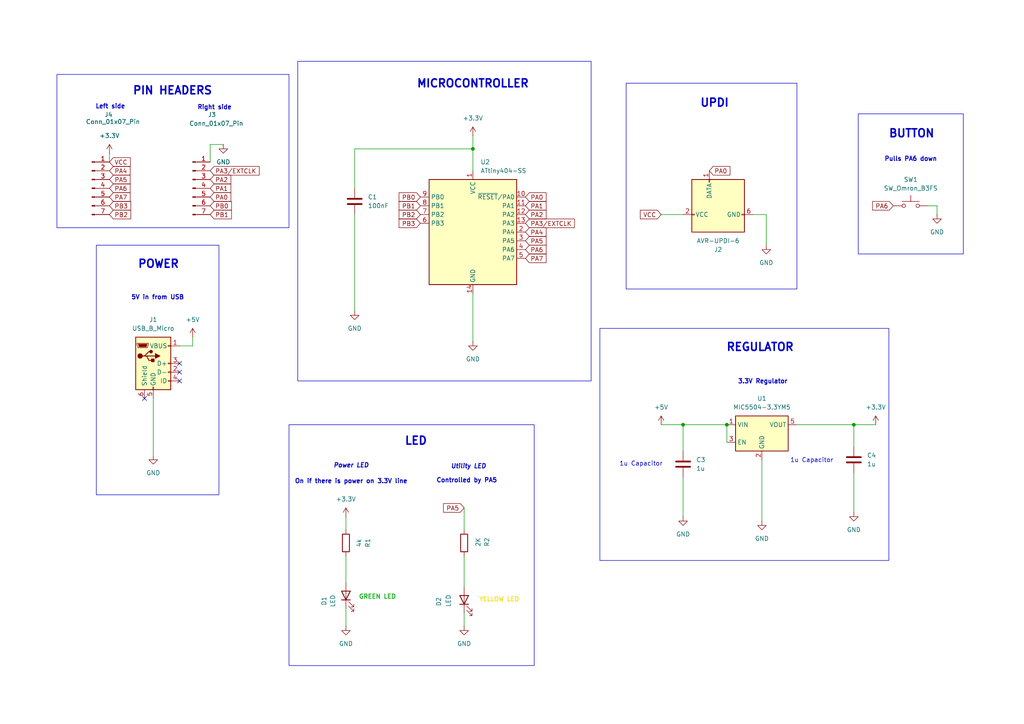
<source format=kicad_sch>
(kicad_sch (version 20231120) (generator "eeschema") (generator_version "8.0")
  (paper "A4")
  (lib_symbols
    (symbol "Connector:AVR-UPDI-6" (pin_names (offset 1.016))
      (property "Reference" "J" (at -6.35 8.89 0))
      (property "Value" "AVR-UPDI-6" (at 0 8.89 0))
      (symbol "AVR-UPDI-6_0_1"
        (rectangle (start -2.667 -6.858) (end -2.413 -7.62))
        (rectangle (start -2.667 7.62) (end -2.413 6.858))
        (rectangle (start 7.62 2.667) (end 6.858 2.413))
        (rectangle (start 7.62 7.62) (end -7.62 -7.62) (stroke (width 0.254)) (fill (type background)))
      )
      (symbol "AVR-UPDI-6_1_1"
        (pin passive line (at 10.16 2.54 180) (length 2.54) (name "DATA") (number "1"))
        (pin passive line (at -2.54 10.16 270) (length 2.54) (name "VCC") (number "2"))
        (pin no_connect line (at 7.62 0 180) (length 2.54) hide (name "NC") (number "3"))
        (pin no_connect line (at 7.62 -2.54 180) (length 2.54) hide (name "NC") (number "4"))
        (pin no_connect line (at 7.62 -5.08 180) (length 2.54) hide (name "NC") (number "5"))
        (pin passive line (at -2.54 -10.16 90) (length 2.54) (name "GND") (number "6"))
      )
    )
    (symbol "Connector:Conn_01x07_Pin" (pin_names (offset 1.016) hide)
      (property "Reference" "J" (at 0 10.16 0))
      (property "Value" "Conn_01x07_Pin" (at 0 -10.16 0))
      (symbol "Conn_01x07_Pin_1_1"
        (polyline (pts (xy 1.27 -7.62) (xy 0.8636 -7.62)) (stroke (width 0.1524)))
        (polyline (pts (xy 1.27 -5.08) (xy 0.8636 -5.08)) (stroke (width 0.1524)))
        (polyline (pts (xy 1.27 -2.54) (xy 0.8636 -2.54)) (stroke (width 0.1524)))
        (polyline (pts (xy 1.27 0) (xy 0.8636 0)) (stroke (width 0.1524)))
        (polyline (pts (xy 1.27 2.54) (xy 0.8636 2.54)) (stroke (width 0.1524)))
        (polyline (pts (xy 1.27 5.08) (xy 0.8636 5.08)) (stroke (width 0.1524)))
        (polyline (pts (xy 1.27 7.62) (xy 0.8636 7.62)) (stroke (width 0.1524)))
        (rectangle (start 0.8636 -7.493) (end 0 -7.747) (stroke (width 0.1524)) (fill (type outline)))
        (rectangle (start 0.8636 -4.953) (end 0 -5.207) (stroke (width 0.1524)) (fill (type outline)))
        (rectangle (start 0.8636 -2.413) (end 0 -2.667) (stroke (width 0.1524)) (fill (type outline)))
        (rectangle (start 0.8636 0.127) (end 0 -0.127) (stroke (width 0.1524)) (fill (type outline)))
        (rectangle (start 0.8636 2.667) (end 0 2.413) (stroke (width 0.1524)) (fill (type outline)))
        (rectangle (start 0.8636 5.207) (end 0 4.953) (stroke (width 0.1524)) (fill (type outline)))
        (rectangle (start 0.8636 7.747) (end 0 7.493) (stroke (width 0.1524)) (fill (type outline)))
        (pin passive line (at 5.08 7.62 180) (length 3.81) (name "Pin_1") (number "1"))
        (pin passive line (at 5.08 5.08 180) (length 3.81) (name "Pin_2") (number "2"))
        (pin passive line (at 5.08 2.54 180) (length 3.81) (name "Pin_3") (number "3"))
        (pin passive line (at 5.08 0 180) (length 3.81) (name "Pin_4") (number "4"))
        (pin passive line (at 5.08 -2.54 180) (length 3.81) (name "Pin_5") (number "5"))
        (pin passive line (at 5.08 -5.08 180) (length 3.81) (name "Pin_6") (number "6"))
        (pin passive line (at 5.08 -7.62 180) (length 3.81) (name "Pin_7") (number "7"))
      )
    )
    (symbol "Connector:USB_B_Micro" (pin_names (offset 1.016))
      (property "Reference" "J" (at -5.08 11.43 0))
      (property "Value" "USB_B_Micro" (at -5.08 8.89 0))
      (symbol "USB_B_Micro_0_1"
        (rectangle (start -5.08 -7.62) (end 5.08 7.62) (stroke (width 0.254)) (fill (type background)))
        (circle (center -3.81 2.159) (radius 0.635) (stroke (width 0.254)) (fill (type outline)))
        (circle (center -0.635 3.429) (radius 0.381) (stroke (width 0.254)) (fill (type outline)))
        (rectangle (start -0.127 -7.62) (end 0.127 -6.858))
        (polyline (pts (xy -1.905 2.159) (xy 0.635 2.159)) (stroke (width 0.254)))
        (polyline (pts (xy -3.175 2.159) (xy -2.54 2.159) (xy -1.27 3.429) (xy -0.635 3.429)) (stroke (width 0.254)))
        (polyline (pts (xy -2.54 2.159) (xy -1.905 2.159) (xy -1.27 0.889) (xy 0 0.889)) (stroke (width 0.254)))
        (polyline (pts (xy 0.635 2.794) (xy 0.635 1.524) (xy 1.905 2.159) (xy 0.635 2.794)) (stroke (width 0.254)) (fill (type outline)))
        (polyline (pts (xy -4.318 5.588) (xy -1.778 5.588) (xy -2.032 4.826) (xy -4.064 4.826) (xy -4.318 5.588)) (fill (type outline)))
        (polyline (pts (xy -4.699 5.842) (xy -4.699 5.588) (xy -4.445 4.826) (xy -4.445 4.572) (xy -1.651 4.572) (xy -1.651 4.826) (xy -1.397 5.588) (xy -1.397 5.842) (xy -4.699 5.842)))
        (rectangle (start 0.254 1.27) (end -0.508 0.508) (stroke (width 0.254)) (fill (type outline)))
        (rectangle (start 5.08 -5.207) (end 4.318 -4.953))
        (rectangle (start 5.08 -2.667) (end 4.318 -2.413))
        (rectangle (start 5.08 -0.127) (end 4.318 0.127))
        (rectangle (start 5.08 4.953) (end 4.318 5.207))
      )
      (symbol "USB_B_Micro_1_1"
        (pin power_out line (at 7.62 5.08 180) (length 2.54) (name "VBUS") (number "1"))
        (pin bidirectional line (at 7.62 -2.54 180) (length 2.54) (name "D-") (number "2"))
        (pin bidirectional line (at 7.62 0 180) (length 2.54) (name "D+") (number "3"))
        (pin passive line (at 7.62 -5.08 180) (length 2.54) (name "ID") (number "4"))
        (pin power_out line (at 0 -10.16 90) (length 2.54) (name "GND") (number "5"))
        (pin passive line (at -2.54 -10.16 90) (length 2.54) (name "Shield") (number "6"))
      )
    )
    (symbol "Device:C" (pin_numbers hide) (pin_names (offset 0.254))
      (property "Reference" "C" (at 0.635 2.54 0))
      (property "Value" "C" (at 0.635 -2.54 0))
      (symbol "C_0_1"
        (polyline (pts (xy -2.032 -0.762) (xy 2.032 -0.762)) (stroke (width 0.508)))
        (polyline (pts (xy -2.032 0.762) (xy 2.032 0.762)) (stroke (width 0.508)))
      )
      (symbol "C_1_1"
        (pin passive line (at 0 3.81 270) (length 2.794) (name "~") (number "1"))
        (pin passive line (at 0 -3.81 90) (length 2.794) (name "~") (number "2"))
      )
    )
    (symbol "Device:LED" (pin_numbers hide) (pin_names (offset 1.016) hide)
      (property "Reference" "D" (at 0 2.54 0))
      (property "Value" "LED" (at 0 -2.54 0))
      (symbol "LED_0_1"
        (polyline (pts (xy -1.27 -1.27) (xy -1.27 1.27)) (stroke (width 0.254)))
        (polyline (pts (xy -1.27 0) (xy 1.27 0)))
        (polyline (pts (xy 1.27 -1.27) (xy 1.27 1.27) (xy -1.27 0) (xy 1.27 -1.27)) (stroke (width 0.254)))
        (polyline (pts (xy -3.048 -0.762) (xy -4.572 -2.286) (xy -3.81 -2.286) (xy -4.572 -2.286) (xy -4.572 -1.524)))
        (polyline (pts (xy -1.778 -0.762) (xy -3.302 -2.286) (xy -2.54 -2.286) (xy -3.302 -2.286) (xy -3.302 -1.524)))
      )
      (symbol "LED_1_1"
        (pin passive line (at -3.81 0 0) (length 2.54) (name "K") (number "1"))
        (pin passive line (at 3.81 0 180) (length 2.54) (name "A") (number "2"))
      )
    )
    (symbol "Device:R" (pin_numbers hide) (pin_names (offset 0))
      (property "Reference" "R" (at 2.032 0 90))
      (property "Value" "R" (at 0 0 90))
      (symbol "R_0_1"
        (rectangle (start -1.016 -2.54) (end 1.016 2.54) (stroke (width 0.254)))
      )
      (symbol "R_1_1"
        (pin passive line (at 0 3.81 270) (length 1.27) (name "~") (number "1"))
        (pin passive line (at 0 -3.81 90) (length 1.27) (name "~") (number "2"))
      )
    )
    (symbol "MCU_Microchip_ATtiny:ATtiny404-SS"
      (property "Reference" "U" (at -12.7 16.51 0))
      (property "Value" "ATtiny404-SS" (at 2.54 -16.51 0))
      (symbol "ATtiny404-SS_0_1"
        (rectangle (start -12.7 -15.24) (end 12.7 15.24) (stroke (width 0.254)) (fill (type background)))
      )
      (symbol "ATtiny404-SS_1_1"
        (pin power_in line (at 0 17.78 270) (length 2.54) (name "VCC") (number "1"))
        (pin bidirectional line (at 15.24 10.16 180) (length 2.54) (name "~{RESET}/PA0") (number "10"))
        (pin bidirectional line (at 15.24 7.62 180) (length 2.54) (name "PA1") (number "11"))
        (pin bidirectional line (at 15.24 5.08 180) (length 2.54) (name "PA2") (number "12"))
        (pin bidirectional line (at 15.24 2.54 180) (length 2.54) (name "PA3") (number "13"))
        (pin power_in line (at 0 -17.78 90) (length 2.54) (name "GND") (number "14"))
        (pin bidirectional line (at 15.24 0 180) (length 2.54) (name "PA4") (number "2"))
        (pin bidirectional line (at 15.24 -2.54 180) (length 2.54) (name "PA5") (number "3"))
        (pin bidirectional line (at 15.24 -5.08 180) (length 2.54) (name "PA6") (number "4"))
        (pin bidirectional line (at 15.24 -7.62 180) (length 2.54) (name "PA7") (number "5"))
        (pin bidirectional line (at -15.24 2.54 0) (length 2.54) (name "PB3") (number "6"))
        (pin bidirectional line (at -15.24 5.08 0) (length 2.54) (name "PB2") (number "7"))
        (pin bidirectional line (at -15.24 7.62 0) (length 2.54) (name "PB1") (number "8"))
        (pin bidirectional line (at -15.24 10.16 0) (length 2.54) (name "PB0") (number "9"))
      )
    )
    (symbol "Regulator_Linear:MIC5504-3.3YM5"
      (property "Reference" "U" (at -7.62 8.89 0))
      (property "Value" "MIC5504-3.3YM5" (at -7.62 6.35 0))
      (symbol "MIC5504-3.3YM5_0_1"
        (rectangle (start -7.62 -5.08) (end 7.62 5.08) (stroke (width 0.254)) (fill (type background)))
      )
      (symbol "MIC5504-3.3YM5_1_1"
        (pin power_in line (at -10.16 2.54 0) (length 2.54) (name "VIN") (number "1"))
        (pin power_in line (at 0 -7.62 90) (length 2.54) (name "GND") (number "2"))
        (pin input line (at -10.16 -2.54 0) (length 2.54) (name "EN") (number "3"))
        (pin no_connect line (at 7.62 -2.54 180) (length 2.54) hide (name "NC") (number "4"))
        (pin power_out line (at 10.16 2.54 180) (length 2.54) (name "VOUT") (number "5"))
      )
    )
    (symbol "Switch:SW_Omron_B3FS" (pin_numbers hide) (pin_names (offset 1.016) hide)
      (property "Reference" "SW" (at 1.27 2.54 0))
      (property "Value" "SW_Omron_B3FS" (at 0 -1.524 0))
      (symbol "SW_Omron_B3FS_0_1"
        (circle (center -2.032 0) (radius 0.508))
        (polyline (pts (xy 0 1.27) (xy 0 3.048)))
        (polyline (pts (xy 2.54 1.27) (xy -2.54 1.27)))
        (circle (center 2.032 0) (radius 0.508))
        (pin passive line (at -5.08 0 0) (length 2.54) (name "1") (number "1"))
        (pin passive line (at 5.08 0 180) (length 2.54) (name "2") (number "2"))
      )
    )
    (symbol "power:+3.3V" (power) (pin_numbers hide) (pin_names (offset 0) hide)
      (property "Value" "+3.3V" (at 0 3.556 0))
      (symbol "+3.3V_0_1"
        (polyline (pts (xy -0.762 1.27) (xy 0 2.54)))
        (polyline (pts (xy 0 0) (xy 0 2.54)))
        (polyline (pts (xy 0 2.54) (xy 0.762 1.27)))
      )
      (symbol "+3.3V_1_1"
        (pin power_in line (at 0 0 90) (length 0) (name "~") (number "1"))
      )
    )
    (symbol "power:+5V" (power) (pin_numbers hide) (pin_names (offset 0) hide)
      (property "Value" "+5V" (at 0 3.556 0))
      (symbol "+5V_0_1"
        (polyline (pts (xy -0.762 1.27) (xy 0 2.54)))
        (polyline (pts (xy 0 0) (xy 0 2.54)))
        (polyline (pts (xy 0 2.54) (xy 0.762 1.27)))
      )
      (symbol "+5V_1_1"
        (pin power_in line (at 0 0 90) (length 0) (name "~") (number "1"))
      )
    )
    (symbol "power:GND" (power) (pin_numbers hide) (pin_names (offset 0) hide)
      (property "Value" "GND" (at 0 -3.81 0))
      (symbol "GND_0_1"
        (polyline (pts (xy 0 0) (xy 0 -1.27) (xy 1.27 -1.27) (xy 0 -2.54) (xy -1.27 -1.27) (xy 0 -1.27)))
      )
      (symbol "GND_1_1"
        (pin power_in line (at 0 0 270) (length 0) (name "~") (number "1"))
      )
    )
  )
  (junction (at 198.12 123.19))
  (junction (at 137.16 43.18))
  (junction (at 247.65 123.19))
  (junction (at 210.82 123.19))
  (no_connect (at 52.07 105.41))
  (no_connect (at 52.07 107.95))
  (no_connect (at 41.91 115.57))
  (no_connect (at 52.07 110.49))
  (wire (pts (xy 60.96 41.91) (xy 64.77 41.91)))
  (wire (pts (xy 137.16 43.18) (xy 137.16 49.53)))
  (wire (pts (xy 198.12 62.23) (xy 191.77 62.23)))
  (wire (pts (xy 102.87 54.61) (xy 102.87 43.18)))
  (wire (pts (xy 31.75 44.45) (xy 31.75 46.99)))
  (wire (pts (xy 100.33 149.86) (xy 100.33 153.67)))
  (wire (pts (xy 218.44 62.23) (xy 222.25 62.23)))
  (wire (pts (xy 247.65 123.19) (xy 254 123.19)))
  (wire (pts (xy 191.77 123.19) (xy 198.12 123.19)))
  (wire (pts (xy 134.62 147.32) (xy 134.62 153.67)))
  (wire (pts (xy 210.82 123.19) (xy 210.82 128.27)))
  (wire (pts (xy 271.78 59.69) (xy 271.78 62.23)))
  (wire (pts (xy 55.88 100.33) (xy 52.07 100.33)))
  (wire (pts (xy 247.65 137.16) (xy 247.65 148.59)))
  (wire (pts (xy 137.16 39.37) (xy 137.16 43.18)))
  (wire (pts (xy 44.45 115.57) (xy 44.45 132.08)))
  (wire (pts (xy 220.98 133.35) (xy 220.98 151.13)))
  (wire (pts (xy 100.33 161.29) (xy 100.33 168.91)))
  (wire (pts (xy 100.33 181.61) (xy 100.33 176.53)))
  (wire (pts (xy 102.87 62.23) (xy 102.87 90.17)))
  (wire (pts (xy 60.96 46.99) (xy 60.96 41.91)))
  (wire (pts (xy 247.65 123.19) (xy 247.65 129.54)))
  (wire (pts (xy 134.62 161.29) (xy 134.62 170.18)))
  (wire (pts (xy 231.14 123.19) (xy 247.65 123.19)))
  (wire (pts (xy 198.12 123.19) (xy 210.82 123.19)))
  (wire (pts (xy 137.16 99.06) (xy 137.16 85.09)))
  (wire (pts (xy 222.25 62.23) (xy 222.25 71.12)))
  (wire (pts (xy 102.87 43.18) (xy 137.16 43.18)))
  (wire (pts (xy 198.12 138.43) (xy 198.12 149.86)))
  (wire (pts (xy 55.88 97.79) (xy 55.88 100.33)))
  (wire (pts (xy 198.12 123.19) (xy 198.12 130.81)))
  (wire (pts (xy 134.62 177.8) (xy 134.62 181.61)))
  (wire (pts (xy 269.24 59.69) (xy 271.78 59.69)))
  (rectangle (start 16.51 21.59) (end 83.82 66.04))
  (rectangle (start 86.36 17.78) (end 171.45 110.49))
  (rectangle (start 27.94 71.12) (end 63.5 143.51))
  (rectangle (start 181.61 24.13) (end 231.14 83.82))
  (rectangle (start 248.92 33.02) (end 279.4 73.66))
  (rectangle (start 173.99 95.25) (end 257.81 162.56))
  (rectangle (start 83.82 123.19) (end 154.94 193.04))
  (text "GREEN LED" (at 109.474 173.228 0) (effects (font (size 1.27 1.27) (thickness 0.254) (bold yes))))
  (text "PIN HEADERS" (at 50.038 26.416 0) (effects (font (size 2.286 2.286) (thickness 0.4572) (bold yes))))
  (text "REGULATOR" (at 220.472 100.838 0) (effects (font (size 2.286 2.286) (thickness 0.4572) (bold yes))))
  (text "3.3V Regulator" (at 221.234 110.744 0) (effects (font (size 1.27 1.27) (thickness 0.254) (bold yes))))
  (text "Power LED" (at 101.854 135.128 0) (effects (font (size 1.27 1.27) (thickness 0.254) (bold yes) (italic yes))))
  (text "5V in from USB" (at 45.72 86.36 0) (effects (font (size 1.27 1.27) (thickness 0.254) (bold yes))))
  (text "1u Capacitor" (at 185.928 134.62 0) (effects (font (size 1.27 1.27))))
  (text "BUTTON" (at 264.414 38.862 0) (effects (font (size 2.286 2.286) (thickness 0.4572) (bold yes))))
  (text "1u Capacitor" (at 235.458 133.604 0) (effects (font (size 1.27 1.27))))
  (text "On if there is power on 3.3V line" (at 101.854 139.7 0) (effects (font (size 1.27 1.27) (thickness 0.254) (bold yes))))
  (text "YELLOW LED" (at 144.78 173.99 0) (effects (font (size 1.27 1.27) (thickness 0.254) (bold yes))))
  (text "Right side" (at 62.23 31.242 0) (effects (font (size 1.27 1.27) (thickness 0.254) (bold yes))))
  (text "POWER" (at 45.974 76.708 0) (effects (font (size 2.286 2.286) (thickness 0.4572) (bold yes))))
  (text "MICROCONTROLLER" (at 137.16 24.384 0) (effects (font (size 2.286 2.286) (thickness 0.4572) (bold yes))))
  (text "Utility LED" (at 135.89 135.382 0) (effects (font (size 1.27 1.27) (thickness 0.254) (bold yes) (italic yes))))
  (text "UPDI" (at 207.264 29.972 0) (effects (font (size 2.286 2.286) (thickness 0.4572) (bold yes))))
  (text "Left side" (at 32.004 30.988 0) (effects (font (size 1.27 1.27) (thickness 0.254) (bold yes))))
  (text "Controlled by PA5" (at 135.382 139.446 0) (effects (font (size 1.27 1.27) (thickness 0.254) (bold yes))))
  (text "LED" (at 120.65 128.016 0) (effects (font (size 2.286 2.286) (thickness 0.4572) (bold yes))))
  (text "Pulls PA6 down" (at 264.16 46.228 0) (effects (font (size 1.27 1.27) (thickness 0.254) (bold yes))))
  (global_label "PA2" (shape input) (at 60.96 52.07 0) (property "Intersheetrefs" "${INTERSHEET_REFS}" (effects (hide yes))))
  (global_label "PA6" (shape input) (at 31.75 54.61 0) (property "Intersheetrefs" "${INTERSHEET_REFS}" (effects (hide yes))))
  (global_label "PA0" (shape input) (at 205.74 49.53 0) (property "Intersheetrefs" "${INTERSHEET_REFS}" (effects (hide yes))))
  (global_label "PB1" (shape input) (at 121.92 59.69 180) (property "Intersheetrefs" "${INTERSHEET_REFS}" (effects (hide yes))))
  (global_label "PA1" (shape input) (at 60.96 54.61 0) (property "Intersheetrefs" "${INTERSHEET_REFS}" (effects (hide yes))))
  (global_label "PA0" (shape input) (at 152.4 57.15 0) (property "Intersheetrefs" "${INTERSHEET_REFS}" (effects (hide yes))))
  (global_label "PA5" (shape input) (at 134.62 147.32 180) (property "Intersheetrefs" "${INTERSHEET_REFS}" (effects (hide yes))))
  (global_label "PA3{slash}EXTCLK" (shape input) (at 152.4 64.77 0) (property "Intersheetrefs" "${INTERSHEET_REFS}" (effects (hide yes))))
  (global_label "PA7" (shape input) (at 152.4 74.93 0) (property "Intersheetrefs" "${INTERSHEET_REFS}" (effects (hide yes))))
  (global_label "PB3" (shape input) (at 31.75 59.69 0) (property "Intersheetrefs" "${INTERSHEET_REFS}" (effects (hide yes))))
  (global_label "PB1" (shape input) (at 60.96 62.23 0) (property "Intersheetrefs" "${INTERSHEET_REFS}" (effects (hide yes))))
  (global_label "PA0" (shape input) (at 60.96 57.15 0) (property "Intersheetrefs" "${INTERSHEET_REFS}" (effects (hide yes))))
  (global_label "PA3{slash}EXTCLK" (shape input) (at 60.96 49.53 0) (property "Intersheetrefs" "${INTERSHEET_REFS}" (effects (hide yes))))
  (global_label "PB2" (shape input) (at 121.92 62.23 180) (property "Intersheetrefs" "${INTERSHEET_REFS}" (effects (hide yes))))
  (global_label "VCC" (shape input) (at 31.75 46.99 0) (property "Intersheetrefs" "${INTERSHEET_REFS}" (effects (hide yes))))
  (global_label "PA7" (shape input) (at 31.75 57.15 0) (property "Intersheetrefs" "${INTERSHEET_REFS}" (effects (hide yes))))
  (global_label "PA5" (shape input) (at 152.4 69.85 0) (property "Intersheetrefs" "${INTERSHEET_REFS}" (effects (hide yes))))
  (global_label "PB0" (shape input) (at 121.92 57.15 180) (property "Intersheetrefs" "${INTERSHEET_REFS}" (effects (hide yes))))
  (global_label "PA2" (shape input) (at 152.4 62.23 0) (property "Intersheetrefs" "${INTERSHEET_REFS}" (effects (hide yes))))
  (global_label "PA4" (shape input) (at 152.4 67.31 0) (property "Intersheetrefs" "${INTERSHEET_REFS}" (effects (hide yes))))
  (global_label "VCC" (shape input) (at 191.77 62.23 180) (property "Intersheetrefs" "${INTERSHEET_REFS}" (effects (hide yes))))
  (global_label "PA4" (shape input) (at 31.75 49.53 0) (property "Intersheetrefs" "${INTERSHEET_REFS}" (effects (hide yes))))
  (global_label "PB2" (shape input) (at 31.75 62.23 0) (property "Intersheetrefs" "${INTERSHEET_REFS}" (effects (hide yes))))
  (global_label "PB3" (shape input) (at 121.92 64.77 180) (property "Intersheetrefs" "${INTERSHEET_REFS}" (effects (hide yes))))
  (global_label "PB0" (shape input) (at 60.96 59.69 0) (property "Intersheetrefs" "${INTERSHEET_REFS}" (effects (hide yes))))
  (global_label "PA6" (shape input) (at 259.08 59.69 180) (property "Intersheetrefs" "${INTERSHEET_REFS}" (effects (hide yes))))
  (global_label "PA5" (shape input) (at 31.75 52.07 0) (property "Intersheetrefs" "${INTERSHEET_REFS}" (effects (hide yes))))
  (global_label "PA1" (shape input) (at 152.4 59.69 0) (property "Intersheetrefs" "${INTERSHEET_REFS}" (effects (hide yes))))
  (global_label "PA6" (shape input) (at 152.4 72.39 0) (property "Intersheetrefs" "${INTERSHEET_REFS}" (effects (hide yes))))
  (symbol (lib_id "power:GND") (at 100.33 181.61 0) (unit 1)
    (property "Reference" "#PWR07" (effects (hide yes)))
    (property "Value" "GND" (at 100.33 186.69 0))
    (property "Description" "Power symbol creates a global label with name \"GND\" , ground" (effects (hide yes)))
  )
  (symbol (lib_id "Regulator_Linear:MIC5504-3.3YM5") (at 220.98 125.73 0) (unit 1)
    (property "Reference" "U1" (at 220.98 115.57 0))
    (property "Value" "MIC5504-3.3YM5" (at 220.98 118.11 0))
    (property "Footprint" "Package_TO_SOT_SMD:SOT-23-5" (effects (hide yes)))
    (property "Datasheet" "http://ww1.microchip.com/downloads/en/DeviceDoc/MIC550X.pdf" (effects (hide yes)))
    (property "Description" "300mA Low-dropout Voltage Regulator, Vout 3.3V, Vin up to 5.5V, SOT-23" (effects (hide yes)))
  )
  (symbol (lib_id "power:GND") (at 44.45 132.08 0) (unit 1)
    (property "Reference" "#PWR01" (effects (hide yes)))
    (property "Value" "GND" (at 44.45 137.16 0))
    (property "Description" "Power symbol creates a global label with name \"GND\" , ground" (effects (hide yes)))
  )
  (symbol (lib_id "power:GND") (at 247.65 148.59 0) (unit 1)
    (property "Reference" "#PWR017" (effects (hide yes)))
    (property "Value" "GND" (at 247.65 153.67 0))
    (property "Description" "Power symbol creates a global label with name \"GND\" , ground" (effects (hide yes)))
  )
  (symbol (lib_id "Switch:SW_Omron_B3FS") (at 264.16 59.69 0) (unit 1)
    (property "Reference" "SW1" (at 264.16 52.07 0))
    (property "Value" "SW_Omron_B3FS" (at 264.16 54.61 0))
    (property "Footprint" "Button_Switch_THT:SW_TH_Tactile_Omron_B3F-10xx" (effects (hide yes)))
    (property "Datasheet" "https://omronfs.omron.com/en_US/ecb/products/pdf/en-b3fs.pdf" (effects (hide yes)))
    (property "Description" "Omron B3FS 6x6mm single pole normally-open tactile switch" (effects (hide yes)))
  )
  (symbol (lib_id "Connector:AVR-UPDI-6") (at 208.28 59.69 90) (unit 1)
    (property "Reference" "J2" (at 208.28 72.39 90))
    (property "Value" "AVR-UPDI-6" (at 208.28 69.85 90))
    (property "Footprint" "Connector_PinHeader_2.54mm:PinHeader_2x03_P2.54mm_Vertical" (effects (hide yes)))
    (property "Datasheet" "https://www.microchip.com/webdoc/GUID-9D10622A-5C16-4405-B092-1BDD437B4976/index.html?GUID-9B349315-2842-4189-B88C-49F4E1055D7F" (effects (hide yes)))
    (property "Description" "Atmel 6-pin UPDI connector" (effects (hide yes)))
  )
  (symbol (lib_id "power:+3.3V") (at 254 123.19 0) (unit 1)
    (property "Reference" "#PWR016" (effects (hide yes)))
    (property "Value" "+3.3V" (at 254 118.11 0))
    (property "Description" "Power symbol creates a global label with name \"+3.3V\"" (effects (hide yes)))
  )
  (symbol (lib_id "power:GND") (at 134.62 181.61 0) (unit 1)
    (property "Reference" "#PWR06" (effects (hide yes)))
    (property "Value" "GND" (at 134.62 186.69 0))
    (property "Description" "Power symbol creates a global label with name \"GND\" , ground" (effects (hide yes)))
  )
  (symbol (lib_id "Device:LED") (at 100.33 172.72 90) (unit 1)
    (property "Reference" "D1" (at 93.98 174.3075 0))
    (property "Value" "LED" (at 96.52 174.3075 0))
    (property "Footprint" "LED_SMD:LED_0603_1608Metric" (effects (hide yes)))
    (property "Description" "Light emitting diode" (effects (hide yes)))
  )
  (symbol (lib_id "power:+3.3V") (at 31.75 44.45 0) (unit 1)
    (property "Reference" "#PWR010" (effects (hide yes)))
    (property "Value" "+3.3V" (at 31.75 39.37 0))
    (property "Description" "Power symbol creates a global label with name \"+3.3V\"" (effects (hide yes)))
  )
  (symbol (lib_id "MCU_Microchip_ATtiny:ATtiny404-SS") (at 137.16 67.31 0) (unit 1)
    (property "Reference" "U2" (at 139.3541 46.99 0) (effects (justify left)))
    (property "Value" "ATtiny404-SS" (at 139.3541 49.53 0) (effects (justify left)))
    (property "Footprint" "Package_SO:SOIC-14_3.9x8.7mm_P1.27mm" (effects (hide yes)))
    (property "Datasheet" "http://ww1.microchip.com/downloads/en/DeviceDoc/50002687A.pdf" (effects (hide yes)))
    (property "Description" "20MHz, 4kB Flash, 256B SRAM, 128B EEPROM, SOIC-14" (effects (hide yes)))
  )
  (symbol (lib_id "power:GND") (at 220.98 151.13 0) (unit 1)
    (property "Reference" "#PWR03" (effects (hide yes)))
    (property "Value" "GND" (at 220.98 156.21 0))
    (property "Description" "Power symbol creates a global label with name \"GND\" , ground" (effects (hide yes)))
  )
  (symbol (lib_id "Device:C") (at 102.87 58.42 0) (unit 1)
    (property "Reference" "C1" (at 106.68 57.1499 0) (effects (justify left)))
    (property "Value" "100nF" (at 106.68 59.6899 0) (effects (justify left)))
    (property "Footprint" "Capacitor_SMD:C_0603_1608Metric" (effects (hide yes)))
    (property "Description" "Unpolarized capacitor" (effects (hide yes)))
  )
  (symbol (lib_id "Connector:Conn_01x07_Pin") (at 26.67 54.61 0) (unit 1)
    (property "Reference" "J4" (at 31.496 33.274 0))
    (property "Value" "Conn_01x07_Pin" (at 32.766 35.306 0))
    (property "Footprint" "Connector_PinHeader_2.54mm:PinHeader_1x07_P2.54mm_Vertical" (effects (hide yes)))
    (property "Description" "Generic connector, single row, 01x07, script generated" (effects (hide yes)))
  )
  (symbol (lib_id "Device:LED") (at 134.62 173.99 90) (unit 1)
    (property "Reference" "D2" (at 127.254 174.498 0))
    (property "Value" "LED" (at 130.048 174.244 0))
    (property "Footprint" "LED_SMD:LED_0603_1608Metric" (effects (hide yes)))
    (property "Description" "Light emitting diode" (effects (hide yes)))
  )
  (symbol (lib_id "power:GND") (at 271.78 62.23 0) (unit 1)
    (property "Reference" "#PWR08" (effects (hide yes)))
    (property "Value" "GND" (at 271.78 67.31 0))
    (property "Description" "Power symbol creates a global label with name \"GND\" , ground" (effects (hide yes)))
  )
  (symbol (lib_id "Device:R") (at 134.62 157.48 180) (unit 1)
    (property "Reference" "R2" (at 141.224 157.226 90))
    (property "Value" "2K" (at 138.684 157.226 90))
    (property "Footprint" "Resistor_SMD:R_0603_1608Metric" (effects (hide yes)))
    (property "Description" "Resistor" (effects (hide yes)))
  )
  (symbol (lib_id "power:+5V") (at 55.88 97.79 0) (unit 1)
    (property "Reference" "#PWR012" (effects (hide yes)))
    (property "Value" "+5V" (at 55.88 92.71 0))
    (property "Description" "Power symbol creates a global label with name \"+5V\"" (effects (hide yes)))
  )
  (symbol (lib_id "power:+3.3V") (at 100.33 149.86 0) (unit 1)
    (property "Reference" "#PWR013" (effects (hide yes)))
    (property "Value" "+3.3V" (at 100.33 144.78 0))
    (property "Description" "Power symbol creates a global label with name \"+3.3V\"" (effects (hide yes)))
  )
  (symbol (lib_id "power:GND") (at 137.16 99.06 0) (unit 1)
    (property "Reference" "#PWR02" (effects (hide yes)))
    (property "Value" "GND" (at 137.16 104.14 0))
    (property "Description" "Power symbol creates a global label with name \"GND\" , ground" (effects (hide yes)))
  )
  (symbol (lib_id "power:GND") (at 102.87 90.17 0) (unit 1)
    (property "Reference" "#PWR05" (effects (hide yes)))
    (property "Value" "GND" (at 102.87 95.25 0))
    (property "Description" "Power symbol creates a global label with name \"GND\" , ground" (effects (hide yes)))
  )
  (symbol (lib_id "power:GND") (at 64.77 41.91 0) (unit 1)
    (property "Reference" "#PWR011" (effects (hide yes)))
    (property "Value" "GND" (at 64.77 46.99 0))
    (property "Description" "Power symbol creates a global label with name \"GND\" , ground" (effects (hide yes)))
  )
  (symbol (lib_id "Device:R") (at 100.33 157.48 0) (unit 1)
    (property "Reference" "R1" (at 106.68 157.48 90))
    (property "Value" "4k" (at 104.14 157.48 90))
    (property "Footprint" "Resistor_SMD:R_0603_1608Metric" (effects (hide yes)))
    (property "Description" "Resistor" (effects (hide yes)))
  )
  (symbol (lib_id "Connector:USB_B_Micro") (at 44.45 105.41 0) (unit 1)
    (property "Reference" "J1" (at 44.45 92.71 0))
    (property "Value" "USB_B_Micro" (at 44.45 95.25 0))
    (property "Footprint" "Connector_USB:USB_Micro-B_Amphenol_10104110_Horizontal" (effects (hide yes)))
    (property "Description" "USB Micro Type B connector" (effects (hide yes)))
  )
  (symbol (lib_id "Device:C") (at 198.12 134.62 0) (unit 1)
    (property "Reference" "C3" (at 201.93 133.3499 0) (effects (justify left)))
    (property "Value" "1u" (at 201.93 135.8899 0) (effects (justify left)))
    (property "Footprint" "Capacitor_SMD:C_0603_1608Metric" (effects (hide yes)))
    (property "Description" "Unpolarized capacitor" (effects (hide yes)))
  )
  (symbol (lib_id "Device:C") (at 247.65 133.35 0) (unit 1)
    (property "Reference" "C4" (at 251.46 132.0799 0) (effects (justify left)))
    (property "Value" "1u" (at 251.46 134.6199 0) (effects (justify left)))
    (property "Footprint" "Capacitor_SMD:C_0603_1608Metric" (effects (hide yes)))
    (property "Description" "Unpolarized capacitor" (effects (hide yes)))
  )
  (symbol (lib_id "power:+5V") (at 191.77 123.19 0) (unit 1)
    (property "Reference" "#PWR018" (effects (hide yes)))
    (property "Value" "+5V" (at 191.77 118.11 0))
    (property "Description" "Power symbol creates a global label with name \"+5V\"" (effects (hide yes)))
  )
  (symbol (lib_id "power:+3.3V") (at 137.16 39.37 0) (unit 1)
    (property "Reference" "#PWR09" (effects (hide yes)))
    (property "Value" "+3.3V" (at 137.16 34.29 0))
    (property "Description" "Power symbol creates a global label with name \"+3.3V\"" (effects (hide yes)))
  )
  (symbol (lib_id "Connector:Conn_01x07_Pin") (at 55.88 54.61 0) (unit 1)
    (property "Reference" "J3" (at 61.468 33.274 0))
    (property "Value" "Conn_01x07_Pin" (at 62.738 35.814 0))
    (property "Footprint" "Connector_PinHeader_2.54mm:PinHeader_1x07_P2.54mm_Vertical" (effects (hide yes)))
    (property "Description" "Generic connector, single row, 01x07, script generated" (effects (hide yes)))
  )
  (symbol (lib_id "power:GND") (at 222.25 71.12 0) (unit 1)
    (property "Reference" "#PWR04" (effects (hide yes)))
    (property "Value" "GND" (at 222.25 76.2 0))
    (property "Description" "Power symbol creates a global label with name \"GND\" , ground" (effects (hide yes)))
  )
  (symbol (lib_id "power:GND") (at 198.12 149.86 0) (unit 1)
    (property "Reference" "#PWR019" (effects (hide yes)))
    (property "Value" "GND" (at 198.12 154.94 0))
    (property "Description" "Power symbol creates a global label with name \"GND\" , ground" (effects (hide yes)))
  )
)
</source>
